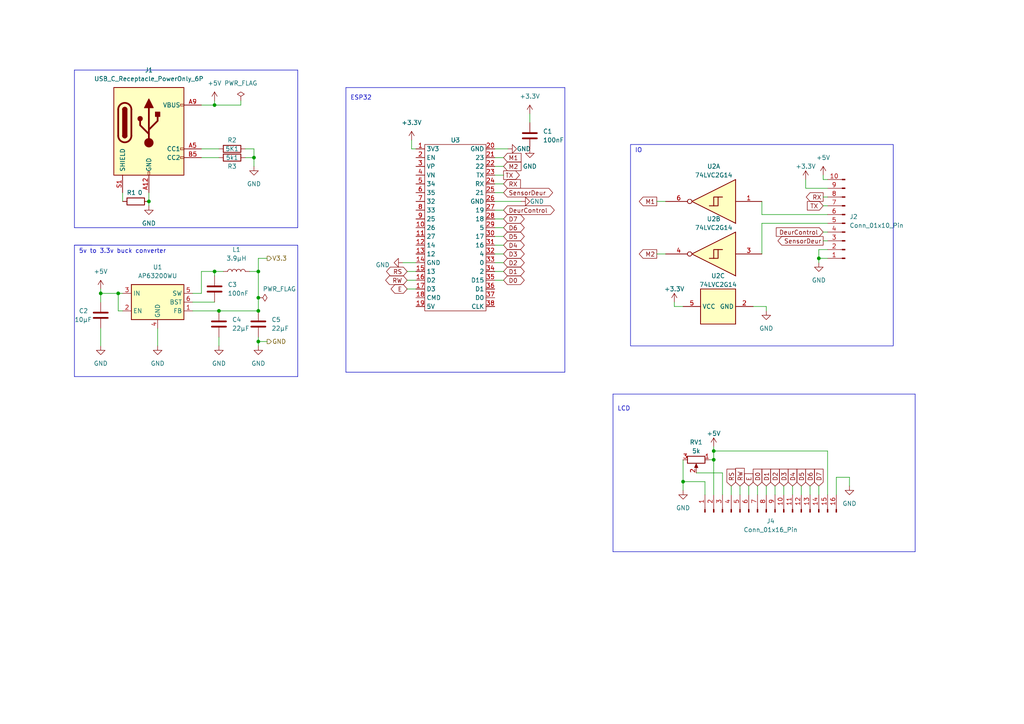
<source format=kicad_sch>
(kicad_sch (version 20230121) (generator eeschema)
  (paper "A4")
  (lib_symbols
    (symbol "74xGxx:74LVC2G14"
      (property "Reference" "U" (at 0 7.62 0))
      (property "Value" "74LVC2G14" (at 2.54 -7.62 0))
      (symbol "74LVC2G14_1_1"
        (polyline (pts (xy -2.54 -1.27) (xy -1.27 -1.27) (xy -1.27 1.27)) (stroke (width 0.254)) (fill (type background)))
        (polyline (pts (xy -7.62 6.35) (xy -7.62 -6.35) (xy 5.08 0) (xy -7.62 6.35)) (stroke (width 0.254)) (fill (type background)))
        (polyline (pts (xy -3.81 -1.27) (xy -2.54 -1.27) (xy -2.54 1.27) (xy 0 1.27)) (stroke (width 0.254)) (fill (type background)))
        (pin input line (at -15.24 0 0) (length 7.62) (name "~") (number "1"))
        (pin output inverted (at 12.7 0 180) (length 7.62) (name "~") (number "6"))
      )
      (symbol "74LVC2G14_2_1"
        (polyline (pts (xy -2.54 -1.27) (xy -1.27 -1.27) (xy -1.27 1.27)) (stroke (width 0.254)) (fill (type background)))
        (polyline (pts (xy -7.62 6.35) (xy -7.62 -6.35) (xy 5.08 0) (xy -7.62 6.35)) (stroke (width 0.254)) (fill (type background)))
        (polyline (pts (xy -3.81 -1.27) (xy -2.54 -1.27) (xy -2.54 1.27) (xy 0 1.27)) (stroke (width 0.254)) (fill (type background)))
        (pin input line (at -15.24 0 0) (length 7.62) (name "~") (number "3"))
        (pin output inverted (at 12.7 0 180) (length 7.62) (name "~") (number "4"))
      )
      (symbol "74LVC2G14_3_0"
        (rectangle (start -5.08 -5.08) (end 5.08 5.08) (stroke (width 0.254)) (fill (type background)))
      )
      (symbol "74LVC2G14_3_1"
        (pin power_in line (at 0 -10.16 90) (length 5.08) (name "GND") (number "2"))
        (pin power_in line (at 0 10.16 270) (length 5.08) (name "VCC") (number "5"))
      )
    )
    (symbol "Connector:Conn_01x10_Pin" (pin_names (offset 1.016) hide)
      (property "Reference" "J" (at 0 12.7 0))
      (property "Value" "Conn_01x10_Pin" (at 0 -15.24 0))
      (symbol "Conn_01x10_Pin_1_1"
        (polyline (pts (xy 1.27 -12.7) (xy 0.8636 -12.7)) (stroke (width 0.1524)))
        (polyline (pts (xy 1.27 -10.16) (xy 0.8636 -10.16)) (stroke (width 0.1524)))
        (polyline (pts (xy 1.27 -7.62) (xy 0.8636 -7.62)) (stroke (width 0.1524)))
        (polyline (pts (xy 1.27 -5.08) (xy 0.8636 -5.08)) (stroke (width 0.1524)))
        (polyline (pts (xy 1.27 -2.54) (xy 0.8636 -2.54)) (stroke (width 0.1524)))
        (polyline (pts (xy 1.27 0) (xy 0.8636 0)) (stroke (width 0.1524)))
        (polyline (pts (xy 1.27 2.54) (xy 0.8636 2.54)) (stroke (width 0.1524)))
        (polyline (pts (xy 1.27 5.08) (xy 0.8636 5.08)) (stroke (width 0.1524)))
        (polyline (pts (xy 1.27 7.62) (xy 0.8636 7.62)) (stroke (width 0.1524)))
        (polyline (pts (xy 1.27 10.16) (xy 0.8636 10.16)) (stroke (width 0.1524)))
        (rectangle (start 0.8636 -12.573) (end 0 -12.827) (stroke (width 0.1524)) (fill (type outline)))
        (rectangle (start 0.8636 -10.033) (end 0 -10.287) (stroke (width 0.1524)) (fill (type outline)))
        (rectangle (start 0.8636 -7.493) (end 0 -7.747) (stroke (width 0.1524)) (fill (type outline)))
        (rectangle (start 0.8636 -4.953) (end 0 -5.207) (stroke (width 0.1524)) (fill (type outline)))
        (rectangle (start 0.8636 -2.413) (end 0 -2.667) (stroke (width 0.1524)) (fill (type outline)))
        (rectangle (start 0.8636 0.127) (end 0 -0.127) (stroke (width 0.1524)) (fill (type outline)))
        (rectangle (start 0.8636 2.667) (end 0 2.413) (stroke (width 0.1524)) (fill (type outline)))
        (rectangle (start 0.8636 5.207) (end 0 4.953) (stroke (width 0.1524)) (fill (type outline)))
        (rectangle (start 0.8636 7.747) (end 0 7.493) (stroke (width 0.1524)) (fill (type outline)))
        (rectangle (start 0.8636 10.287) (end 0 10.033) (stroke (width 0.1524)) (fill (type outline)))
        (pin passive line (at 5.08 10.16 180) (length 3.81) (name "Pin_1") (number "1"))
        (pin passive line (at 5.08 -12.7 180) (length 3.81) (name "Pin_10") (number "10"))
        (pin passive line (at 5.08 7.62 180) (length 3.81) (name "Pin_2") (number "2"))
        (pin passive line (at 5.08 5.08 180) (length 3.81) (name "Pin_3") (number "3"))
        (pin passive line (at 5.08 2.54 180) (length 3.81) (name "Pin_4") (number "4"))
        (pin passive line (at 5.08 0 180) (length 3.81) (name "Pin_5") (number "5"))
        (pin passive line (at 5.08 -2.54 180) (length 3.81) (name "Pin_6") (number "6"))
        (pin passive line (at 5.08 -5.08 180) (length 3.81) (name "Pin_7") (number "7"))
        (pin passive line (at 5.08 -7.62 180) (length 3.81) (name "Pin_8") (number "8"))
        (pin passive line (at 5.08 -10.16 180) (length 3.81) (name "Pin_9") (number "9"))
      )
    )
    (symbol "Connector:Conn_01x16_Pin" (pin_names (offset 1.016) hide)
      (property "Reference" "J" (at 0 20.32 0))
      (property "Value" "Conn_01x16_Pin" (at 0 -22.86 0))
      (symbol "Conn_01x16_Pin_1_1"
        (polyline (pts (xy 1.27 -20.32) (xy 0.8636 -20.32)) (stroke (width 0.1524)))
        (polyline (pts (xy 1.27 -17.78) (xy 0.8636 -17.78)) (stroke (width 0.1524)))
        (polyline (pts (xy 1.27 -15.24) (xy 0.8636 -15.24)) (stroke (width 0.1524)))
        (polyline (pts (xy 1.27 -12.7) (xy 0.8636 -12.7)) (stroke (width 0.1524)))
        (polyline (pts (xy 1.27 -10.16) (xy 0.8636 -10.16)) (stroke (width 0.1524)))
        (polyline (pts (xy 1.27 -7.62) (xy 0.8636 -7.62)) (stroke (width 0.1524)))
        (polyline (pts (xy 1.27 -5.08) (xy 0.8636 -5.08)) (stroke (width 0.1524)))
        (polyline (pts (xy 1.27 -2.54) (xy 0.8636 -2.54)) (stroke (width 0.1524)))
        (polyline (pts (xy 1.27 0) (xy 0.8636 0)) (stroke (width 0.1524)))
        (polyline (pts (xy 1.27 2.54) (xy 0.8636 2.54)) (stroke (width 0.1524)))
        (polyline (pts (xy 1.27 5.08) (xy 0.8636 5.08)) (stroke (width 0.1524)))
        (polyline (pts (xy 1.27 7.62) (xy 0.8636 7.62)) (stroke (width 0.1524)))
        (polyline (pts (xy 1.27 10.16) (xy 0.8636 10.16)) (stroke (width 0.1524)))
        (polyline (pts (xy 1.27 12.7) (xy 0.8636 12.7)) (stroke (width 0.1524)))
        (polyline (pts (xy 1.27 15.24) (xy 0.8636 15.24)) (stroke (width 0.1524)))
        (polyline (pts (xy 1.27 17.78) (xy 0.8636 17.78)) (stroke (width 0.1524)))
        (rectangle (start 0.8636 -20.193) (end 0 -20.447) (stroke (width 0.1524)) (fill (type outline)))
        (rectangle (start 0.8636 -17.653) (end 0 -17.907) (stroke (width 0.1524)) (fill (type outline)))
        (rectangle (start 0.8636 -15.113) (end 0 -15.367) (stroke (width 0.1524)) (fill (type outline)))
        (rectangle (start 0.8636 -12.573) (end 0 -12.827) (stroke (width 0.1524)) (fill (type outline)))
        (rectangle (start 0.8636 -10.033) (end 0 -10.287) (stroke (width 0.1524)) (fill (type outline)))
        (rectangle (start 0.8636 -7.493) (end 0 -7.747) (stroke (width 0.1524)) (fill (type outline)))
        (rectangle (start 0.8636 -4.953) (end 0 -5.207) (stroke (width 0.1524)) (fill (type outline)))
        (rectangle (start 0.8636 -2.413) (end 0 -2.667) (stroke (width 0.1524)) (fill (type outline)))
        (rectangle (start 0.8636 0.127) (end 0 -0.127) (stroke (width 0.1524)) (fill (type outline)))
        (rectangle (start 0.8636 2.667) (end 0 2.413) (stroke (width 0.1524)) (fill (type outline)))
        (rectangle (start 0.8636 5.207) (end 0 4.953) (stroke (width 0.1524)) (fill (type outline)))
        (rectangle (start 0.8636 7.747) (end 0 7.493) (stroke (width 0.1524)) (fill (type outline)))
        (rectangle (start 0.8636 10.287) (end 0 10.033) (stroke (width 0.1524)) (fill (type outline)))
        (rectangle (start 0.8636 12.827) (end 0 12.573) (stroke (width 0.1524)) (fill (type outline)))
        (rectangle (start 0.8636 15.367) (end 0 15.113) (stroke (width 0.1524)) (fill (type outline)))
        (rectangle (start 0.8636 17.907) (end 0 17.653) (stroke (width 0.1524)) (fill (type outline)))
        (pin passive line (at 5.08 17.78 180) (length 3.81) (name "Pin_1") (number "1"))
        (pin passive line (at 5.08 -5.08 180) (length 3.81) (name "Pin_10") (number "10"))
        (pin passive line (at 5.08 -7.62 180) (length 3.81) (name "Pin_11") (number "11"))
        (pin passive line (at 5.08 -10.16 180) (length 3.81) (name "Pin_12") (number "12"))
        (pin passive line (at 5.08 -12.7 180) (length 3.81) (name "Pin_13") (number "13"))
        (pin passive line (at 5.08 -15.24 180) (length 3.81) (name "Pin_14") (number "14"))
        (pin passive line (at 5.08 -17.78 180) (length 3.81) (name "Pin_15") (number "15"))
        (pin passive line (at 5.08 -20.32 180) (length 3.81) (name "Pin_16") (number "16"))
        (pin passive line (at 5.08 15.24 180) (length 3.81) (name "Pin_2") (number "2"))
        (pin passive line (at 5.08 12.7 180) (length 3.81) (name "Pin_3") (number "3"))
        (pin passive line (at 5.08 10.16 180) (length 3.81) (name "Pin_4") (number "4"))
        (pin passive line (at 5.08 7.62 180) (length 3.81) (name "Pin_5") (number "5"))
        (pin passive line (at 5.08 5.08 180) (length 3.81) (name "Pin_6") (number "6"))
        (pin passive line (at 5.08 2.54 180) (length 3.81) (name "Pin_7") (number "7"))
        (pin passive line (at 5.08 0 180) (length 3.81) (name "Pin_8") (number "8"))
        (pin passive line (at 5.08 -2.54 180) (length 3.81) (name "Pin_9") (number "9"))
      )
    )
    (symbol "Device:C" (pin_numbers hide) (pin_names (offset 0.254))
      (property "Reference" "C" (at 0.635 2.54 0))
      (property "Value" "C" (at 0.635 -2.54 0))
      (symbol "C_0_1"
        (polyline (pts (xy -2.032 -0.762) (xy 2.032 -0.762)) (stroke (width 0.508)))
        (polyline (pts (xy -2.032 0.762) (xy 2.032 0.762)) (stroke (width 0.508)))
      )
      (symbol "C_1_1"
        (pin passive line (at 0 3.81 270) (length 2.794) (name "~") (number "1"))
        (pin passive line (at 0 -3.81 90) (length 2.794) (name "~") (number "2"))
      )
    )
    (symbol "Device:L" (pin_numbers hide) (pin_names (offset 1.016) hide)
      (property "Reference" "L" (at -1.27 0 90))
      (property "Value" "L" (at 1.905 0 90))
      (symbol "L_0_1"
        (arc (start 0 -2.54) (mid 0.6323 -1.905) (end 0 -1.27))
        (arc (start 0 -1.27) (mid 0.6323 -0.635) (end 0 0))
        (arc (start 0 0) (mid 0.6323 0.635) (end 0 1.27))
        (arc (start 0 1.27) (mid 0.6323 1.905) (end 0 2.54))
      )
      (symbol "L_1_1"
        (pin passive line (at 0 3.81 270) (length 1.27) (name "1") (number "1"))
        (pin passive line (at 0 -3.81 90) (length 1.27) (name "2") (number "2"))
      )
    )
    (symbol "Device:R" (pin_numbers hide) (pin_names (offset 0))
      (property "Reference" "R" (at 2.032 0 90))
      (property "Value" "R" (at 0 0 90))
      (symbol "R_0_1"
        (rectangle (start -1.016 -2.54) (end 1.016 2.54) (stroke (width 0.254)))
      )
      (symbol "R_1_1"
        (pin passive line (at 0 3.81 270) (length 1.27) (name "~") (number "1"))
        (pin passive line (at 0 -3.81 90) (length 1.27) (name "~") (number "2"))
      )
    )
    (symbol "Device:R_Potentiometer" (pin_names (offset 1.016) hide)
      (property "Reference" "RV" (at -4.445 0 90))
      (property "Value" "R_Potentiometer" (at -2.54 0 90))
      (symbol "R_Potentiometer_0_1"
        (polyline (pts (xy 2.54 0) (xy 1.524 0)))
        (polyline (pts (xy 1.143 0) (xy 2.286 0.508) (xy 2.286 -0.508) (xy 1.143 0)) (fill (type outline)))
        (rectangle (start 1.016 2.54) (end -1.016 -2.54) (stroke (width 0.254)))
      )
      (symbol "R_Potentiometer_1_1"
        (pin passive line (at 0 3.81 270) (length 1.27) (name "1") (number "1"))
        (pin passive line (at 3.81 0 180) (length 1.27) (name "2") (number "2"))
        (pin passive line (at 0 -3.81 90) (length 1.27) (name "3") (number "3"))
      )
    )
    (symbol "UGent_standard_stock_Connector:USB_C_Receptacle_PowerOnly_6P" (pin_names (offset 1.016))
      (property "Reference" "J" (at 0 16.51 0))
      (property "Value" "USB_C_Receptacle_PowerOnly_6P" (at 0 13.97 0))
      (symbol "USB_C_Receptacle_PowerOnly_6P_0_0"
        (rectangle (start -0.254 -12.7) (end 0.254 -11.684))
        (rectangle (start 10.16 -7.366) (end 9.144 -7.874))
        (rectangle (start 10.16 -4.826) (end 9.144 -5.334))
        (rectangle (start 10.16 7.874) (end 9.144 7.366))
      )
      (symbol "USB_C_Receptacle_PowerOnly_6P_0_1"
        (rectangle (start -10.16 12.7) (end 10.16 -12.7) (stroke (width 0.254)) (fill (type background)))
        (arc (start -8.89 -1.27) (mid -6.985 -3.1667) (end -5.08 -1.27) (stroke (width 0.508)))
        (arc (start -7.62 -1.27) (mid -6.985 -1.9023) (end -6.35 -1.27) (stroke (width 0.254)))
        (arc (start -7.62 -1.27) (mid -6.985 -1.9023) (end -6.35 -1.27) (stroke (width 0.254)) (fill (type outline)))
        (rectangle (start -7.62 -1.27) (end -6.35 6.35) (stroke (width 0.254)) (fill (type outline)))
        (arc (start -6.35 6.35) (mid -6.985 6.9823) (end -7.62 6.35) (stroke (width 0.254)))
        (arc (start -6.35 6.35) (mid -6.985 6.9823) (end -7.62 6.35) (stroke (width 0.254)) (fill (type outline)))
        (arc (start -5.08 6.35) (mid -6.985 8.2467) (end -8.89 6.35) (stroke (width 0.508)))
        (circle (center -2.54 3.683) (radius 0.635) (stroke (width 0.254)) (fill (type outline)))
        (circle (center 0 -3.302) (radius 1.27) (fill (type outline)))
        (polyline (pts (xy -8.89 -1.27) (xy -8.89 6.35)) (stroke (width 0.508)))
        (polyline (pts (xy -5.08 6.35) (xy -5.08 -1.27)) (stroke (width 0.508)))
        (polyline (pts (xy 0 -3.302) (xy 0 6.858)) (stroke (width 0.508)))
        (polyline (pts (xy 0 -0.762) (xy -2.54 1.778) (xy -2.54 3.048)) (stroke (width 0.508)))
        (polyline (pts (xy 0 0.508) (xy 2.54 3.048) (xy 2.54 4.318)) (stroke (width 0.508)))
        (polyline (pts (xy -1.27 6.858) (xy 0 9.398) (xy 1.27 6.858) (xy -1.27 6.858)) (stroke (width 0.254)) (fill (type outline)))
        (rectangle (start 1.905 4.318) (end 3.175 5.588) (stroke (width 0.254)) (fill (type outline)))
      )
      (symbol "USB_C_Receptacle_PowerOnly_6P_1_1"
        (pin passive line (at 0 -17.78 90) (length 5.08) (name "GND") (number "A12"))
        (pin bidirectional line (at 15.24 -5.08 180) (length 5.08) (name "CC1") (number "A5"))
        (pin passive line (at 15.24 7.62 180) (length 5.08) (name "VBUS") (number "A9"))
        (pin passive line (at 0 -17.78 90) (length 5.08) hide (name "GND") (number "B12"))
        (pin bidirectional line (at 15.24 -7.62 180) (length 5.08) (name "CC2") (number "B5"))
        (pin passive line (at 15.24 7.62 180) (length 5.08) hide (name "VBUS") (number "B9"))
        (pin passive line (at -7.62 -17.78 90) (length 5.08) (name "SHIELD") (number "S1"))
      )
    )
    (symbol "UGent_standard_stock_Power:AP63200WU"
      (property "Reference" "U" (at -7.62 6.35 0))
      (property "Value" "AP63200WU" (at 2.54 6.35 0))
      (symbol "AP63200WU_0_1"
        (rectangle (start -7.62 5.08) (end 7.62 -5.08) (stroke (width 0.254)) (fill (type background)))
      )
      (symbol "AP63200WU_1_1"
        (pin input line (at 10.16 -2.54 180) (length 2.54) (name "FB") (number "1"))
        (pin input line (at -10.16 -2.54 0) (length 2.54) (name "EN") (number "2"))
        (pin power_in line (at -10.16 2.54 0) (length 2.54) (name "IN") (number "3"))
        (pin power_in line (at 0 -7.62 90) (length 2.54) (name "GND") (number "4"))
        (pin output line (at 10.16 2.54 180) (length 2.54) (name "SW") (number "5"))
        (pin passive line (at 10.16 0 180) (length 2.54) (name "BST") (number "6"))
      )
    )
    (symbol "goot:ESP32"
      (property "Reference" "U" (at 0 1.27 0))
      (symbol "ESP32_0_1"
        (rectangle (start -8.89 0) (end 8.89 -48.26))
      )
      (symbol "ESP32_1_1"
        (pin power_in line (at -11.43 -1.27 0) (length 2.54) (name "3V3") (number "1"))
        (pin bidirectional line (at -11.43 -24.13 0) (length 2.54) (name "26") (number "10"))
        (pin bidirectional line (at -11.43 -26.67 0) (length 2.54) (name "27") (number "11"))
        (pin bidirectional line (at -11.43 -29.21 0) (length 2.54) (name "14") (number "12"))
        (pin bidirectional line (at -11.43 -31.75 0) (length 2.54) (name "12") (number "13"))
        (pin power_out line (at -11.43 -34.29 0) (length 2.54) (name "GND") (number "14"))
        (pin bidirectional line (at -11.43 -36.83 0) (length 2.54) (name "13") (number "15"))
        (pin bidirectional line (at -11.43 -39.37 0) (length 2.54) (name "D2") (number "16"))
        (pin bidirectional line (at -11.43 -41.91 0) (length 2.54) (name "D3") (number "17"))
        (pin bidirectional line (at -11.43 -44.45 0) (length 2.54) (name "CMD") (number "18"))
        (pin power_in line (at -11.43 -46.99 0) (length 2.54) (name "5V") (number "19"))
        (pin input line (at -11.43 -3.81 0) (length 2.54) (name "EN") (number "2"))
        (pin power_out line (at 11.43 -1.27 180) (length 2.54) (name "GND") (number "20"))
        (pin bidirectional line (at 11.43 -3.81 180) (length 2.54) (name "23") (number "21"))
        (pin bidirectional line (at 11.43 -6.35 180) (length 2.54) (name "22") (number "22"))
        (pin bidirectional line (at 11.43 -8.89 180) (length 2.54) (name "TX") (number "23"))
        (pin bidirectional line (at 11.43 -11.43 180) (length 2.54) (name "RX") (number "24"))
        (pin bidirectional line (at 11.43 -13.97 180) (length 2.54) (name "21") (number "25"))
        (pin power_out line (at 11.43 -16.51 180) (length 2.54) (name "GND") (number "26"))
        (pin bidirectional line (at 11.43 -19.05 180) (length 2.54) (name "19") (number "27"))
        (pin bidirectional line (at 11.43 -21.59 180) (length 2.54) (name "18") (number "28"))
        (pin bidirectional line (at 11.43 -24.13 180) (length 2.54) (name "5") (number "29"))
        (pin bidirectional line (at -11.43 -6.35 0) (length 2.54) (name "VP") (number "3"))
        (pin bidirectional line (at 11.43 -26.67 180) (length 2.54) (name "17") (number "30"))
        (pin bidirectional line (at 11.43 -29.21 180) (length 2.54) (name "16") (number "31"))
        (pin bidirectional line (at 11.43 -31.75 180) (length 2.54) (name "4") (number "32"))
        (pin bidirectional line (at 11.43 -34.29 180) (length 2.54) (name "0") (number "33"))
        (pin bidirectional line (at 11.43 -36.83 180) (length 2.54) (name "2") (number "34"))
        (pin bidirectional line (at 11.43 -39.37 180) (length 2.54) (name "D15") (number "35"))
        (pin bidirectional line (at 11.43 -41.91 180) (length 2.54) (name "D1") (number "36"))
        (pin bidirectional line (at 11.43 -44.45 180) (length 2.54) (name "D0") (number "37"))
        (pin bidirectional line (at 11.43 -46.99 180) (length 2.54) (name "CLK") (number "38"))
        (pin bidirectional line (at -11.43 -8.89 0) (length 2.54) (name "VN") (number "4"))
        (pin bidirectional line (at -11.43 -11.43 0) (length 2.54) (name "34") (number "5"))
        (pin bidirectional line (at -11.43 -13.97 0) (length 2.54) (name "35") (number "6"))
        (pin bidirectional line (at -11.43 -16.51 0) (length 2.54) (name "32") (number "7"))
        (pin bidirectional line (at -11.43 -19.05 0) (length 2.54) (name "33") (number "8"))
        (pin bidirectional line (at -11.43 -21.59 0) (length 2.54) (name "25") (number "9"))
      )
    )
    (symbol "power:+3.3V" (power) (pin_names (offset 0))
      (property "Value" "+3.3V" (at 0 3.556 0))
      (symbol "+3.3V_0_1"
        (polyline (pts (xy -0.762 1.27) (xy 0 2.54)))
        (polyline (pts (xy 0 0) (xy 0 2.54)))
        (polyline (pts (xy 0 2.54) (xy 0.762 1.27)))
      )
      (symbol "+3.3V_1_1"
        (pin power_in line (at 0 0 90) (length 0) hide (name "+3.3V") (number "1"))
      )
    )
    (symbol "power:+5V" (power) (pin_names (offset 0))
      (property "Value" "+5V" (at 0 3.556 0))
      (symbol "+5V_0_1"
        (polyline (pts (xy -0.762 1.27) (xy 0 2.54)))
        (polyline (pts (xy 0 0) (xy 0 2.54)))
        (polyline (pts (xy 0 2.54) (xy 0.762 1.27)))
      )
      (symbol "+5V_1_1"
        (pin power_in line (at 0 0 90) (length 0) hide (name "+5V") (number "1"))
      )
    )
    (symbol "power:GND" (power) (pin_names (offset 0))
      (property "Value" "GND" (at 0 -3.81 0))
      (symbol "GND_0_1"
        (polyline (pts (xy 0 0) (xy 0 -1.27) (xy 1.27 -1.27) (xy 0 -2.54) (xy -1.27 -1.27) (xy 0 -1.27)))
      )
      (symbol "GND_1_1"
        (pin power_in line (at 0 0 270) (length 0) hide (name "GND") (number "1"))
      )
    )
    (symbol "power:PWR_FLAG" (power) (pin_numbers hide) (pin_names (offset 0) hide)
      (property "Value" "PWR_FLAG" (at 0 3.81 0))
      (symbol "PWR_FLAG_0_0"
        (pin power_out line (at 0 0 90) (length 0) (name "pwr") (number "1"))
      )
      (symbol "PWR_FLAG_0_1"
        (polyline (pts (xy 0 0) (xy 0 1.27) (xy -1.016 1.905) (xy 0 2.54) (xy 1.016 1.905) (xy 0 1.27)))
      )
    )
  )
  (junction (at 29.21 85.09))
  (junction (at 34.29 85.09))
  (junction (at 63.5 90.17))
  (junction (at 62.23 78.74))
  (junction (at 43.18 58.42))
  (junction (at 207.01 133.35))
  (junction (at 73.66 45.72))
  (junction (at 74.93 86.36))
  (junction (at 74.93 90.17))
  (junction (at 62.23 30.48))
  (junction (at 237.49 74.93))
  (junction (at 198.12 139.7))
  (junction (at 207.01 130.81))
  (junction (at 74.93 99.06))
  (junction (at 74.93 78.74))
  (polyline (pts (xy 177.8 114.3) (xy 265.43 114.3)))
  (wire (pts (xy 55.88 87.63) (xy 62.23 87.63)))
  (polyline (pts (xy 86.36 71.12) (xy 86.36 109.22)))
  (wire (pts (xy 219.71 140.97) (xy 219.71 143.51)))
  (wire (pts (xy 29.21 85.09) (xy 29.21 87.63)))
  (wire (pts (xy 238.76 57.15) (xy 240.03 57.15)))
  (wire (pts (xy 238.76 69.85) (xy 240.03 69.85)))
  (wire (pts (xy 118.11 78.74) (xy 120.65 78.74)))
  (wire (pts (xy 237.49 74.93) (xy 237.49 72.39)))
  (polyline (pts (xy 100.33 107.95) (xy 100.33 25.4)))
  (wire (pts (xy 73.66 43.18) (xy 71.12 43.18)))
  (wire (pts (xy 55.88 90.17) (xy 63.5 90.17)))
  (wire (pts (xy 143.51 78.74) (xy 146.05 78.74)))
  (wire (pts (xy 74.93 99.06) (xy 74.93 100.33)))
  (wire (pts (xy 58.42 30.48) (xy 62.23 30.48)))
  (wire (pts (xy 118.11 83.82) (xy 120.65 83.82)))
  (wire (pts (xy 74.93 99.06) (xy 77.47 99.06)))
  (wire (pts (xy 222.25 90.17) (xy 222.25 88.9)))
  (wire (pts (xy 35.56 85.09) (xy 34.29 85.09)))
  (wire (pts (xy 63.5 97.79) (xy 63.5 100.33)))
  (wire (pts (xy 34.29 90.17) (xy 34.29 85.09)))
  (wire (pts (xy 190.5 73.66) (xy 193.04 73.66)))
  (polyline (pts (xy 86.36 20.32) (xy 86.36 66.04)))
  (polyline (pts (xy 100.33 25.4) (xy 163.83 25.4)))
  (wire (pts (xy 69.85 30.48) (xy 62.23 30.48)))
  (polyline (pts (xy 86.36 66.04) (xy 21.59 66.04)))
  (wire (pts (xy 237.49 140.97) (xy 237.49 143.51)))
  (wire (pts (xy 233.68 52.07) (xy 233.68 54.61)))
  (wire (pts (xy 229.87 140.97) (xy 229.87 143.51)))
  (wire (pts (xy 190.5 58.42) (xy 193.04 58.42)))
  (wire (pts (xy 220.98 58.42) (xy 220.98 62.23)))
  (wire (pts (xy 74.93 74.93) (xy 74.93 78.74)))
  (polyline (pts (xy 265.43 160.02) (xy 177.8 160.02)))
  (wire (pts (xy 238.76 50.8) (xy 238.76 52.07)))
  (wire (pts (xy 43.18 55.88) (xy 43.18 58.42)))
  (polyline (pts (xy 21.59 71.12) (xy 86.36 71.12)))
  (wire (pts (xy 207.01 129.54) (xy 207.01 130.81)))
  (wire (pts (xy 198.12 142.24) (xy 198.12 139.7)))
  (wire (pts (xy 209.55 137.16) (xy 209.55 143.51)))
  (wire (pts (xy 119.38 43.18) (xy 120.65 43.18)))
  (wire (pts (xy 74.93 97.79) (xy 74.93 99.06)))
  (wire (pts (xy 71.12 45.72) (xy 73.66 45.72)))
  (polyline (pts (xy 265.43 114.3) (xy 265.43 160.02)))
  (wire (pts (xy 195.58 88.9) (xy 198.12 88.9)))
  (wire (pts (xy 29.21 85.09) (xy 29.21 83.82)))
  (wire (pts (xy 69.85 29.21) (xy 69.85 30.48)))
  (wire (pts (xy 77.47 74.93) (xy 74.93 74.93)))
  (wire (pts (xy 29.21 95.25) (xy 29.21 100.33)))
  (wire (pts (xy 227.33 140.97) (xy 227.33 143.51)))
  (polyline (pts (xy 21.59 109.22) (xy 21.59 71.12)))
  (wire (pts (xy 43.18 58.42) (xy 43.18 59.69)))
  (wire (pts (xy 143.51 45.72) (xy 146.05 45.72)))
  (wire (pts (xy 143.51 50.8) (xy 146.05 50.8)))
  (wire (pts (xy 143.51 53.34) (xy 146.05 53.34)))
  (polyline (pts (xy 21.59 71.12) (xy 26.67 71.12)))
  (wire (pts (xy 153.67 35.56) (xy 153.67 33.02)))
  (wire (pts (xy 143.51 63.5) (xy 146.05 63.5)))
  (wire (pts (xy 237.49 72.39) (xy 240.03 72.39)))
  (wire (pts (xy 220.98 64.77) (xy 220.98 73.66)))
  (wire (pts (xy 195.58 87.63) (xy 195.58 88.9)))
  (polyline (pts (xy 163.83 107.95) (xy 100.33 107.95)))
  (wire (pts (xy 74.93 78.74) (xy 74.93 86.36)))
  (wire (pts (xy 29.21 85.09) (xy 34.29 85.09)))
  (wire (pts (xy 222.25 140.97) (xy 222.25 143.51)))
  (wire (pts (xy 214.63 140.97) (xy 214.63 143.51)))
  (wire (pts (xy 201.93 137.16) (xy 209.55 137.16)))
  (wire (pts (xy 240.03 143.51) (xy 240.03 130.81)))
  (wire (pts (xy 204.47 139.7) (xy 204.47 143.51)))
  (wire (pts (xy 207.01 133.35) (xy 207.01 143.51)))
  (wire (pts (xy 62.23 78.74) (xy 62.23 80.01)))
  (wire (pts (xy 143.51 58.42) (xy 151.13 58.42)))
  (wire (pts (xy 143.51 76.2) (xy 146.05 76.2)))
  (wire (pts (xy 233.68 54.61) (xy 240.03 54.61)))
  (wire (pts (xy 220.98 62.23) (xy 240.03 62.23)))
  (wire (pts (xy 222.25 88.9) (xy 218.44 88.9)))
  (wire (pts (xy 242.57 138.43) (xy 242.57 143.51)))
  (wire (pts (xy 62.23 78.74) (xy 64.77 78.74)))
  (wire (pts (xy 246.38 140.97) (xy 246.38 138.43)))
  (wire (pts (xy 240.03 130.81) (xy 207.01 130.81)))
  (wire (pts (xy 198.12 139.7) (xy 204.47 139.7)))
  (wire (pts (xy 118.11 81.28) (xy 120.65 81.28)))
  (wire (pts (xy 237.49 76.2) (xy 237.49 74.93)))
  (wire (pts (xy 224.79 140.97) (xy 224.79 143.51)))
  (wire (pts (xy 212.09 140.97) (xy 212.09 143.51)))
  (wire (pts (xy 73.66 43.18) (xy 73.66 45.72)))
  (wire (pts (xy 143.51 48.26) (xy 146.05 48.26)))
  (wire (pts (xy 63.5 90.17) (xy 74.93 90.17)))
  (wire (pts (xy 238.76 59.69) (xy 240.03 59.69)))
  (polyline (pts (xy 21.59 20.32) (xy 86.36 20.32)))
  (wire (pts (xy 58.42 85.09) (xy 58.42 78.74)))
  (wire (pts (xy 62.23 29.21) (xy 62.23 30.48)))
  (wire (pts (xy 246.38 138.43) (xy 242.57 138.43)))
  (wire (pts (xy 205.74 133.35) (xy 207.01 133.35)))
  (wire (pts (xy 143.51 73.66) (xy 146.05 73.66)))
  (wire (pts (xy 238.76 67.31) (xy 240.03 67.31)))
  (wire (pts (xy 217.17 140.97) (xy 217.17 143.51)))
  (polyline (pts (xy 86.36 109.22) (xy 21.59 109.22)))
  (wire (pts (xy 234.95 140.97) (xy 234.95 143.51)))
  (wire (pts (xy 74.93 90.17) (xy 74.93 86.36)))
  (wire (pts (xy 116.84 76.2) (xy 120.65 76.2)))
  (wire (pts (xy 143.51 43.18) (xy 147.32 43.18)))
  (polyline (pts (xy 163.83 25.4) (xy 163.83 107.95)))
  (wire (pts (xy 240.03 64.77) (xy 220.98 64.77)))
  (polyline (pts (xy 177.8 160.02) (xy 177.8 114.3)))
  (wire (pts (xy 35.56 55.88) (xy 35.56 58.42)))
  (wire (pts (xy 73.66 45.72) (xy 73.66 48.26)))
  (wire (pts (xy 143.51 68.58) (xy 146.05 68.58)))
  (wire (pts (xy 143.51 60.96) (xy 146.05 60.96)))
  (wire (pts (xy 143.51 71.12) (xy 146.05 71.12)))
  (wire (pts (xy 143.51 55.88) (xy 146.05 55.88)))
  (wire (pts (xy 58.42 78.74) (xy 62.23 78.74)))
  (wire (pts (xy 55.88 85.09) (xy 58.42 85.09)))
  (wire (pts (xy 74.93 78.74) (xy 72.39 78.74)))
  (wire (pts (xy 35.56 90.17) (xy 34.29 90.17)))
  (wire (pts (xy 45.72 95.25) (xy 45.72 100.33)))
  (wire (pts (xy 63.5 45.72) (xy 58.42 45.72)))
  (wire (pts (xy 207.01 130.81) (xy 207.01 133.35)))
  (wire (pts (xy 238.76 52.07) (xy 240.03 52.07)))
  (wire (pts (xy 232.41 140.97) (xy 232.41 143.51)))
  (wire (pts (xy 119.38 40.64) (xy 119.38 43.18)))
  (polyline (pts (xy 21.59 20.32) (xy 21.59 66.04)))
  (wire (pts (xy 143.51 66.04) (xy 146.05 66.04)))
  (wire (pts (xy 237.49 74.93) (xy 240.03 74.93)))
  (wire (pts (xy 143.51 81.28) (xy 146.05 81.28)))
  (wire (pts (xy 58.42 43.18) (xy 63.5 43.18)))
  (wire (pts (xy 198.12 133.35) (xy 198.12 139.7)))
  (rectangle (start 182.88 41.91) (end 259.08 100.33))
  (text "ESP32\n" (at 101.6 29.21 0) (effects (font (size 1.27 1.27)) (justify left bottom)))
  (text "5v to 3.3v buck converter\n" (at 22.86 73.66 0) (effects (font (size 1.27 1.27)) (justify left bottom)))
  (text "IO" (at 184.15 44.45 0) (effects (font (size 1.27 1.27)) (justify left bottom)))
  (text "LCD\n" (at 179.07 119.38 0) (effects (font (size 1.27 1.27)) (justify left bottom)))
  (global_label "DeurControl" (shape input) (at 238.76 67.31 180) (property "Intersheetrefs" "${INTERSHEET_REFS}" (effects hide)))
  (global_label "D4" (shape input) (at 229.87 140.97 90) (property "Intersheetrefs" "${INTERSHEET_REFS}" (effects hide)))
  (global_label "M2" (shape input) (at 146.05 48.26 0) (property "Intersheetrefs" "${INTERSHEET_REFS}" (effects hide)))
  (global_label "RX" (shape input) (at 146.05 53.34 0) (property "Intersheetrefs" "${INTERSHEET_REFS}" (effects hide)))
  (global_label "D3" (shape input) (at 227.33 140.97 90) (property "Intersheetrefs" "${INTERSHEET_REFS}" (effects hide)))
  (global_label "D6" (shape input) (at 234.95 140.97 90) (property "Intersheetrefs" "${INTERSHEET_REFS}" (effects hide)))
  (global_label "D0" (shape input) (at 219.71 140.97 90) (property "Intersheetrefs" "${INTERSHEET_REFS}" (effects hide)))
  (global_label "D5" (shape bidirectional) (at 146.05 68.58 0) (property "Intersheetrefs" "${INTERSHEET_REFS}" (effects hide)))
  (global_label "D3" (shape bidirectional) (at 146.05 73.66 0) (property "Intersheetrefs" "${INTERSHEET_REFS}" (effects hide)))
  (global_label "D7" (shape input) (at 237.49 140.97 90) (property "Intersheetrefs" "${INTERSHEET_REFS}" (effects hide)))
  (global_label "E" (shape bidirectional) (at 118.11 83.82 180) (property "Intersheetrefs" "${INTERSHEET_REFS}" (effects hide)))
  (global_label "D1" (shape input) (at 222.25 140.97 90) (property "Intersheetrefs" "${INTERSHEET_REFS}" (effects hide)))
  (global_label "D2" (shape bidirectional) (at 146.05 76.2 0) (property "Intersheetrefs" "${INTERSHEET_REFS}" (effects hide)))
  (global_label "RW" (shape bidirectional) (at 118.11 81.28 180) (property "Intersheetrefs" "${INTERSHEET_REFS}" (effects hide)))
  (global_label "D2" (shape input) (at 224.79 140.97 90) (property "Intersheetrefs" "${INTERSHEET_REFS}" (effects hide)))
  (global_label "M1" (shape output) (at 190.5 58.42 180) (property "Intersheetrefs" "${INTERSHEET_REFS}" (effects hide)))
  (global_label "D1" (shape bidirectional) (at 146.05 78.74 0) (property "Intersheetrefs" "${INTERSHEET_REFS}" (effects hide)))
  (global_label "RS" (shape bidirectional) (at 118.11 78.74 180) (property "Intersheetrefs" "${INTERSHEET_REFS}" (effects hide)))
  (global_label "RW" (shape input) (at 214.63 140.97 90) (property "Intersheetrefs" "${INTERSHEET_REFS}" (effects hide)))
  (global_label "D5" (shape input) (at 232.41 140.97 90) (property "Intersheetrefs" "${INTERSHEET_REFS}" (effects hide)))
  (global_label "TX" (shape input) (at 238.76 59.69 180) (property "Intersheetrefs" "${INTERSHEET_REFS}" (effects hide)))
  (global_label "RX" (shape output) (at 238.76 57.15 180) (property "Intersheetrefs" "${INTERSHEET_REFS}" (effects hide)))
  (global_label "M1" (shape input) (at 146.05 45.72 0) (property "Intersheetrefs" "${INTERSHEET_REFS}" (effects hide)))
  (global_label "D4" (shape bidirectional) (at 146.05 71.12 0) (property "Intersheetrefs" "${INTERSHEET_REFS}" (effects hide)))
  (global_label "DeurControl" (shape bidirectional) (at 146.05 60.96 0) (property "Intersheetrefs" "${INTERSHEET_REFS}" (effects hide)))
  (global_label "D6" (shape bidirectional) (at 146.05 66.04 0) (property "Intersheetrefs" "${INTERSHEET_REFS}" (effects hide)))
  (global_label "RS" (shape input) (at 212.09 140.97 90) (property "Intersheetrefs" "${INTERSHEET_REFS}" (effects hide)))
  (global_label "SensorDeur" (shape bidirectional) (at 146.05 55.88 0) (property "Intersheetrefs" "${INTERSHEET_REFS}" (effects hide)))
  (global_label "D7" (shape bidirectional) (at 146.05 63.5 0) (property "Intersheetrefs" "${INTERSHEET_REFS}" (effects hide)))
  (global_label "D0" (shape bidirectional) (at 146.05 81.28 0) (property "Intersheetrefs" "${INTERSHEET_REFS}" (effects hide)))
  (global_label "SensorDeur" (shape output) (at 238.76 69.85 180) (property "Intersheetrefs" "${INTERSHEET_REFS}" (effects hide)))
  (global_label "E" (shape input) (at 217.17 140.97 90) (property "Intersheetrefs" "${INTERSHEET_REFS}" (effects hide)))
  (global_label "TX" (shape output) (at 146.05 50.8 0) (property "Intersheetrefs" "${INTERSHEET_REFS}" (effects hide)))
  (global_label "M2" (shape output) (at 190.5 73.66 180) (property "Intersheetrefs" "${INTERSHEET_REFS}" (effects hide)))
  (hierarchical_label "GND" (shape output) (at 77.47 99.06 0))
  (hierarchical_label "V3.3" (shape output) (at 77.47 74.93 0))
  (symbol (lib_id "power:GND") (at 45.72 100.33 0) (unit 1)
    (property "Reference" "#PWR013" (effects hide))
    (property "Value" "GND" (at 45.72 105.41 0))
  )
  (symbol (lib_id "power:GND") (at 29.21 100.33 0) (unit 1)
    (property "Reference" "#PWR012" (effects hide))
    (property "Value" "GND" (at 29.21 105.41 0))
  )
  (symbol (lib_id "power:GND") (at 147.32 43.18 90) (unit 1)
    (property "Reference" "#PWR019" (effects hide))
    (property "Value" "GND" (at 149.86 43.18 90) (effects (justify right)))
  )
  (symbol (lib_id "74xGxx:74LVC2G14") (at 208.28 88.9 90) (unit 3)
    (property "Reference" "U2" (at 208.28 80.01 90))
    (property "Value" "74LVC2G14" (at 208.28 82.55 90))
    (property "Footprint" "Package_TO_SOT_SMD:SOT-23-6" (effects hide))
    (property "Datasheet" "https://www.ti.com/lit/ds/symlink/sn74lvc2g14.pdf" (effects hide))
  )
  (symbol (lib_id "power:GND") (at 237.49 76.2 0) (unit 1)
    (property "Reference" "#PWR06" (effects hide))
    (property "Value" "GND" (at 237.49 81.28 0))
  )
  (symbol (lib_id "Device:C") (at 29.21 91.44 0) (unit 1)
    (property "Reference" "C2" (at 22.86 90.17 0) (effects (justify left)))
    (property "Value" "10µF" (at 21.59 92.71 0) (effects (justify left)))
    (property "Footprint" "Capacitor_SMD:C_0805_2012Metric" (effects hide))
  )
  (symbol (lib_id "power:+3.3V") (at 153.67 33.02 0) (unit 1)
    (property "Reference" "#PWR0107" (effects hide))
    (property "Value" "+3.3V" (at 153.67 27.94 0))
  )
  (symbol (lib_id "power:+3.3V") (at 119.38 40.64 0) (unit 1)
    (property "Reference" "#PWR016" (effects hide))
    (property "Value" "+3.3V" (at 119.38 35.56 0))
  )
  (symbol (lib_id "power:GND") (at 198.12 142.24 0) (unit 1)
    (property "Reference" "#PWR01" (effects hide))
    (property "Value" "GND" (at 198.12 147.32 0))
  )
  (symbol (lib_id "power:PWR_FLAG") (at 69.85 29.21 0) (unit 1)
    (property "Reference" "#FLG01" (effects hide))
    (property "Value" "PWR_FLAG" (at 69.85 24.13 0))
  )
  (symbol (lib_id "Device:R_Potentiometer") (at 201.93 133.35 270) (unit 1)
    (property "Reference" "RV1" (at 201.93 128.27 90))
    (property "Value" "5k" (at 201.93 130.81 90))
    (property "Footprint" "Potentiometer_SMD:Potentiometer_Bourns_3214W_Vertical" (effects hide))
  )
  (symbol (lib_id "power:+5V") (at 238.76 50.8 0) (unit 1)
    (property "Reference" "#PWR020" (effects hide))
    (property "Value" "+5V" (at 238.76 45.72 0))
  )
  (symbol (lib_id "power:PWR_FLAG") (at 74.93 86.36 270) (unit 1)
    (property "Reference" "#FLG02" (effects hide))
    (property "Value" "PWR_FLAG" (at 76.2 83.82 90) (effects (justify left)))
  )
  (symbol (lib_id "power:GND") (at 63.5 100.33 0) (unit 1)
    (property "Reference" "#PWR014" (effects hide))
    (property "Value" "GND" (at 63.5 105.41 0))
  )
  (symbol (lib_id "power:+5V") (at 207.01 129.54 0) (unit 1)
    (property "Reference" "#PWR03" (effects hide))
    (property "Value" "+5V" (at 207.01 125.73 0))
  )
  (symbol (lib_id "power:+3.3V") (at 195.58 87.63 0) (unit 1)
    (property "Reference" "#PWR07" (effects hide))
    (property "Value" "+3.3V" (at 195.58 83.82 0))
  )
  (symbol (lib_id "Device:R") (at 39.37 58.42 90) (unit 1)
    (property "Reference" "R1" (at 38.1 55.88 90))
    (property "Value" "0" (at 40.64 55.88 90))
    (property "Footprint" "Resistor_SMD:R_0805_2012Metric" (effects hide))
  )
  (symbol (lib_id "power:+3.3V") (at 233.68 52.07 0) (unit 1)
    (property "Reference" "#PWR05" (effects hide))
    (property "Value" "+3.3V" (at 233.68 48.26 0))
  )
  (symbol (lib_id "power:GND") (at 153.67 43.18 0) (unit 1)
    (property "Reference" "#PWR0106" (effects hide))
    (property "Value" "GND" (at 153.67 48.26 0))
  )
  (symbol (lib_id "Connector:Conn_01x16_Pin") (at 222.25 148.59 90) (unit 1)
    (property "Reference" "J4" (at 223.52 151.13 90))
    (property "Value" "Conn_01x16_Pin" (at 223.52 153.67 90))
    (property "Footprint" "Connector_PinSocket_2.54mm:PinSocket_1x16_P2.54mm_Vertical" (effects hide))
  )
  (symbol (lib_id "power:GND") (at 116.84 76.2 270) (unit 1)
    (property "Reference" "#PWR018" (effects hide))
    (property "Value" "GND" (at 113.03 76.835 90) (effects (justify right)))
  )
  (symbol (lib_id "UGent_standard_stock_Connector:USB_C_Receptacle_PowerOnly_6P") (at 43.18 38.1 0) (unit 1)
    (property "Reference" "J1" (at 43.18 20.32 0))
    (property "Value" "USB_C_Receptacle_PowerOnly_6P" (at 43.18 22.86 0))
    (property "Footprint" "UGent_standard_stock_Connector:USB_C_Receptacle_GCT_USB4135-GF-A_6P_TopMnt_Horizontal" (effects hide))
    (property "Datasheet" "https://www.usb.org/sites/default/files/documents/usb_type-c.zip" (effects hide))
  )
  (symbol (lib_id "Device:C") (at 63.5 93.98 0) (unit 1)
    (property "Reference" "C4" (at 67.31 92.7099 0) (effects (justify left)))
    (property "Value" "22µF" (at 67.31 95.2499 0) (effects (justify left)))
    (property "Footprint" "Capacitor_SMD:C_0805_2012Metric" (effects hide))
  )
  (symbol (lib_id "power:GND") (at 222.25 90.17 0) (unit 1)
    (property "Reference" "#PWR08" (effects hide))
    (property "Value" "GND" (at 222.25 95.25 0))
  )
  (symbol (lib_id "power:GND") (at 43.18 59.69 0) (unit 1)
    (property "Reference" "#PWR02" (effects hide))
    (property "Value" "GND" (at 43.18 64.77 0))
  )
  (symbol (lib_id "Device:C") (at 153.67 39.37 0) (unit 1)
    (property "Reference" "C1" (at 157.48 38.0999 0) (effects (justify left)))
    (property "Value" "100nF" (at 157.48 40.6399 0) (effects (justify left)))
    (property "Footprint" "Capacitor_SMD:C_0805_2012Metric" (effects hide))
  )
  (symbol (lib_id "power:GND") (at 246.38 140.97 0) (unit 1)
    (property "Reference" "#PWR04" (effects hide))
    (property "Value" "GND" (at 246.38 146.05 0))
  )
  (symbol (lib_id "power:GND") (at 151.13 58.42 90) (unit 1)
    (property "Reference" "#PWR017" (effects hide))
    (property "Value" "GND" (at 153.67 58.42 90) (effects (justify right)))
  )
  (symbol (lib_id "Device:C") (at 62.23 83.82 0) (unit 1)
    (property "Reference" "C3" (at 66.04 82.5499 0) (effects (justify left)))
    (property "Value" "100nF" (at 66.04 85.0899 0) (effects (justify left)))
    (property "Footprint" "Capacitor_SMD:C_0805_2012Metric" (effects hide))
  )
  (symbol (lib_id "Device:R") (at 67.31 45.72 90) (unit 1)
    (property "Reference" "R3" (at 67.31 48.26 90))
    (property "Value" "5k1" (at 67.31 45.72 90))
    (property "Footprint" "Resistor_SMD:R_0805_2012Metric" (effects hide))
  )
  (symbol (lib_id "power:GND") (at 73.66 48.26 0) (unit 1)
    (property "Reference" "#PWR010" (effects hide))
    (property "Value" "GND" (at 73.66 53.34 0))
  )
  (symbol (lib_id "goot:ESP32") (at 132.08 41.91 0) (unit 1)
    (property "Reference" "U3" (at 132.08 40.64 0))
    (property "Value" "~" (at 132.08 40.64 0))
    (property "Footprint" "Library:espConn" (effects hide))
  )
  (symbol (lib_id "Device:L") (at 68.58 78.74 90) (unit 1)
    (property "Reference" "L1" (at 68.58 72.39 90))
    (property "Value" "3.9µH" (at 68.58 74.93 90))
    (property "Footprint" "Inductor_SMD:L_Bourns-SRN6028" (effects hide))
  )
  (symbol (lib_id "power:+5V") (at 29.21 83.82 0) (unit 1)
    (property "Reference" "#PWR011" (effects hide))
    (property "Value" "+5V" (at 29.21 78.74 0))
  )
  (symbol (lib_id "74xGxx:74LVC2G14") (at 205.74 58.42 180) (unit 1)
    (property "Reference" "U2" (at 207.01 48.26 0))
    (property "Value" "74LVC2G14" (at 207.01 50.8 0))
    (property "Footprint" "Package_TO_SOT_SMD:SOT-23-6" (effects hide))
    (property "Datasheet" "https://www.ti.com/lit/ds/symlink/sn74lvc2g14.pdf" (effects hide))
  )
  (symbol (lib_id "Device:C") (at 74.93 93.98 0) (unit 1)
    (property "Reference" "C5" (at 78.74 92.7099 0) (effects (justify left)))
    (property "Value" "22µF" (at 78.74 95.2499 0) (effects (justify left)))
    (property "Footprint" "Capacitor_SMD:C_0805_2012Metric" (effects hide))
  )
  (symbol (lib_id "power:+5V") (at 62.23 29.21 0) (unit 1)
    (property "Reference" "#PWR09" (effects hide))
    (property "Value" "+5V" (at 62.23 24.13 0))
  )
  (symbol (lib_id "Device:R") (at 67.31 43.18 90) (unit 1)
    (property "Reference" "R2" (at 67.31 40.64 90))
    (property "Value" "5K1" (at 67.31 43.18 90))
    (property "Footprint" "Resistor_SMD:R_0805_2012Metric" (effects hide))
  )
  (symbol (lib_id "UGent_standard_stock_Power:AP63200WU") (at 45.72 87.63 0) (unit 1)
    (property "Reference" "U1" (at 45.72 77.47 0))
    (property "Value" "AP63200WU" (at 45.72 80.01 0))
    (property "Footprint" "Package_TO_SOT_SMD:TSOT-23-6" (effects hide))
    (property "Datasheet" "https://www.diodes.com/assets/Datasheets/AP63200-AP63201-AP63203-AP63205.pdf" (effects hide))
  )
  (symbol (lib_id "74xGxx:74LVC2G14") (at 205.74 73.66 180) (unit 2)
    (property "Reference" "U2" (at 207.01 63.5 0))
    (property "Value" "74LVC2G14" (at 207.01 66.04 0))
    (property "Footprint" "Package_TO_SOT_SMD:SOT-23-6" (effects hide))
    (property "Datasheet" "https://www.ti.com/lit/ds/symlink/sn74lvc2g14.pdf" (effects hide))
  )
  (symbol (lib_id "Connector:Conn_01x10_Pin") (at 245.11 64.77 180) (unit 1)
    (property "Reference" "J2" (at 246.38 62.865 0) (effects (justify right)))
    (property "Value" "Conn_01x10_Pin" (at 246.38 65.405 0) (effects (justify right)))
  )
  (symbol (lib_id "power:GND") (at 74.93 100.33 0) (unit 1)
    (property "Reference" "#PWR015" (effects hide))
    (property "Value" "GND" (at 74.93 105.41 0))
  )
)
</source>
